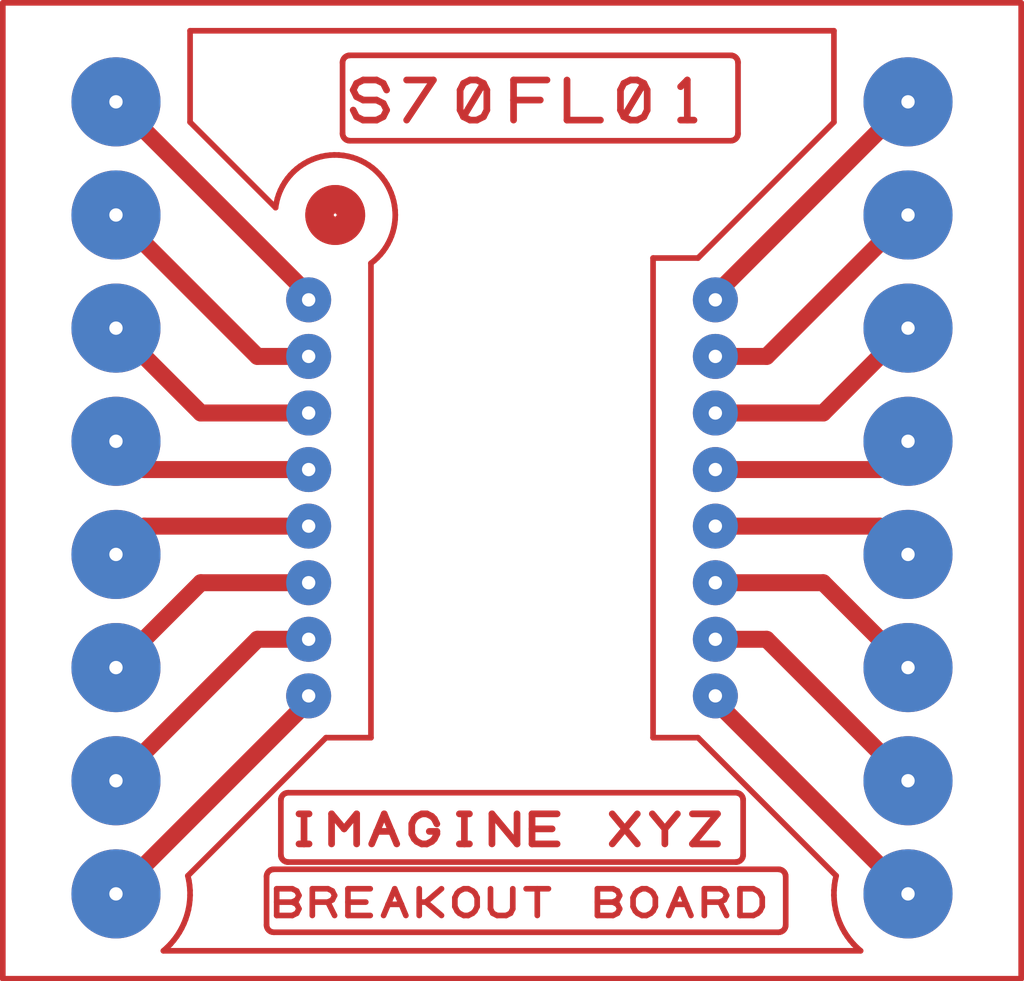
<source format=kicad_pcb>
(kicad_pcb (version 4) (host Gerbview "4.0.2-stable")

  (layers 
    (0 F.Cu signal)
    (31 B.Cu signal)
    (32 B.Adhes user)
    (33 F.Adhes user)
    (34 B.Paste user)
    (35 F.Paste user)
    (36 B.SilkS user)
    (37 F.SilkS user)
    (38 B.Mask user)
    (39 F.Mask user)
    (40 Dwgs.User user)
    (41 Cmts.User user)
    (42 Eco1.User user)
    (43 Eco2.User user)
    (44 Edge.Cuts user)
    (45 Margin user)
    (46 B.CrtYd user)
    (47 F.CrtYd user)
    (48 B.Fab user)
    (49 F.Fab user)
  )

(segment (start 9.345929999999999 -19.63293) (end 9.300459999999999 -19.60575) (width 0.635) (layer F.Cu) (net 0))
(segment (start 9.300459999999999 -19.60575) (end 9.25957 -19.57222) (width 0.635) (layer F.Cu) (net 0))
(segment (start 9.25957 -19.57222) (end 9.22401 -19.5326) (width 0.635) (layer F.Cu) (net 0))
(segment (start 9.22401 -19.5326) (end 9.194800000000001 -19.4884) (width 0.635) (layer F.Cu) (net 0))
(segment (start 9.194800000000001 -19.4884) (end 9.17245 -19.4404) (width 0.635) (layer F.Cu) (net 0))
(segment (start 9.17245 -19.4404) (end 9.157719999999999 -19.38934) (width 0.635) (layer F.Cu) (net 0))
(segment (start 9.157719999999999 -19.38934) (end 9.150600000000001 -19.33677) (width 0.635) (layer F.Cu) (net 0))
(segment (start 9.150600000000001 -19.33677) (end 9.15137 -19.28368) (width 0.635) (layer F.Cu) (net 0))
(segment (start 9.15137 -19.28368) (end 9.16 -19.23161) (width 0.635) (layer F.Cu) (net 0))
(segment (start 9.16 -19.23161) (end 9.17651 -19.18106) (width 0.635) (layer F.Cu) (net 0))
(segment (start 9.17651 -19.18106) (end 9.20013 -19.13382) (width 0.635) (layer F.Cu) (net 0))
(segment (start 9.20013 -19.13382) (end 9.23061 -19.09039) (width 0.635) (layer F.Cu) (net 0))
(segment (start 9.23061 -19.09039) (end 9.267189999999999 -19.05178) (width 0.635) (layer F.Cu) (net 0))
(segment (start 9.267189999999999 -19.05178) (end 9.309100000000001 -19.01952) (width 0.635) (layer F.Cu) (net 0))
(segment (start 9.309100000000001 -19.01952) (end 9.35533 -18.99361) (width 0.635) (layer F.Cu) (net 0))
(segment (start 9.35533 -18.99361) (end 9.405110000000001 -18.97482) (width 0.635) (layer F.Cu) (net 0))
(segment (start 9.405110000000001 -18.97482) (end 9.45693 -18.96364) (width 0.635) (layer F.Cu) (net 0))
(segment (start 9.45693 -18.96364) (end 9.510009999999999 -18.96059) (width 0.635) (layer F.Cu) (net 0))
(segment (start 9.510009999999999 -18.96059) (end 9.562849999999999 -18.96516) (width 0.635) (layer F.Cu) (net 0))
(segment (start 9.562849999999999 -18.96516) (end 9.614409999999999 -18.97786) (width 0.635) (layer F.Cu) (net 0))
(segment (start 9.614409999999999 -18.97786) (end 9.66343 -18.99793) (width 0.635) (layer F.Cu) (net 0))
(segment (start 9.66343 -18.99793) (end 9.7089 -19.02511) (width 0.635) (layer F.Cu) (net 0))
(segment (start 9.7089 -19.02511) (end 9.75004 -19.05889) (width 0.635) (layer F.Cu) (net 0))
(segment (start 9.75004 -19.05889) (end 9.785600000000001 -19.09826) (width 0.635) (layer F.Cu) (net 0))
(segment (start 9.785600000000001 -19.09826) (end 9.81481 -19.14271) (width 0.635) (layer F.Cu) (net 0))
(segment (start 9.81481 -19.14271) (end 9.83691 -19.19072) (width 0.635) (layer F.Cu) (net 0))
(segment (start 9.83691 -19.19072) (end 9.851900000000001 -19.24152) (width 0.635) (layer F.Cu) (net 0))
(segment (start 9.851900000000001 -19.24152) (end 9.85901 -19.29409) (width 0.635) (layer F.Cu) (net 0))
(segment (start 9.85901 -19.29409) (end 9.85825 -19.34718) (width 0.635) (layer F.Cu) (net 0))
(segment (start 9.85825 -19.34718) (end 9.84961 -19.3995) (width 0.635) (layer F.Cu) (net 0))
(segment (start 9.84961 -19.3995) (end 9.8331 -19.4498) (width 0.635) (layer F.Cu) (net 0))
(segment (start 9.8331 -19.4498) (end 9.809480000000001 -19.49729) (width 0.635) (layer F.Cu) (net 0))
(segment (start 9.809480000000001 -19.49729) (end 9.779 -19.54073) (width 0.635) (layer F.Cu) (net 0))
(segment (start 9.779 -19.54073) (end 9.742419999999999 -19.57908) (width 0.635) (layer F.Cu) (net 0))
(segment (start 9.742419999999999 -19.57908) (end 9.70051 -19.61159) (width 0.635) (layer F.Cu) (net 0))
(segment (start 9.70051 -19.61159) (end 9.654030000000001 -19.63725) (width 0.635) (layer F.Cu) (net 0))
(segment (start 9.654030000000001 -19.63725) (end 9.6045 -19.65604) (width 0.635) (layer F.Cu) (net 0))
(segment (start 9.6045 -19.65604) (end 9.55269 -19.66722) (width 0.635) (layer F.Cu) (net 0))
(segment (start 9.55269 -19.66722) (end 9.499599999999999 -19.67027) (width 0.635) (layer F.Cu) (net 0))
(segment (start 9.499599999999999 -19.67027) (end 9.44702 -19.6657) (width 0.635) (layer F.Cu) (net 0))
(segment (start 9.44702 -19.6657) (end 9.39546 -19.653) (width 0.635) (layer F.Cu) (net 0))
(segment (start 9.39546 -19.653) (end 9.345929999999999 -19.63293) (width 0.635) (layer F.Cu) (net 0))
(segment (start 2.04343 -2.17043) (end 24.90343 -2.17043) (width 0.127) (layer F.Cu) (net 0))
(segment (start 24.90343 -2.17043) (end 24.90343 -24.07793) (width 0.127) (layer F.Cu) (net 0))
(segment (start 24.90343 -24.07793) (end 2.04343 -24.07793) (width 0.127) (layer F.Cu) (net 0))
(segment (start 2.04343 -24.07793) (end 2.04343 -2.17043) (width 0.127) (layer F.Cu) (net 0))
(segment (start 5.64845 -2.79756) (end 21.29866 -2.79756) (width 0.127) (layer F.Cu) (net 0))
(segment (start 21.29866 -2.79756) (end 21.21662 -2.87045) (width 0.127) (layer F.Cu) (net 0))
(segment (start 21.21662 -2.87045) (end 21.13966 -2.94869) (width 0.127) (layer F.Cu) (net 0))
(segment (start 21.13966 -2.94869) (end 21.06778 -3.032) (width 0.127) (layer F.Cu) (net 0))
(segment (start 21.06778 -3.032) (end 21.00199 -3.11963) (width 0.127) (layer F.Cu) (net 0))
(segment (start 21.00199 -3.11963) (end 20.94179 -3.21158) (width 0.127) (layer F.Cu) (net 0))
(segment (start 20.94179 -3.21158) (end 20.88794 -3.30733) (width 0.127) (layer F.Cu) (net 0))
(segment (start 20.88794 -3.30733) (end 20.84045 -3.40639) (width 0.127) (layer F.Cu) (net 0))
(segment (start 20.84045 -3.40639) (end 20.79955 -3.50825) (width 0.127) (layer F.Cu) (net 0))
(segment (start 20.79955 -3.50825) (end 20.76552 -3.61264) (width 0.127) (layer F.Cu) (net 0))
(segment (start 20.76552 -3.61264) (end 20.73859 -3.71907) (width 0.127) (layer F.Cu) (net 0))
(segment (start 20.73859 -3.71907) (end 20.71853 -3.82702) (width 0.127) (layer F.Cu) (net 0))
(segment (start 20.71853 -3.82702) (end 20.70583 -3.93598) (width 0.127) (layer F.Cu) (net 0))
(segment (start 20.70583 -3.93598) (end 20.69998 -4.04571) (width 0.127) (layer F.Cu) (net 0))
(segment (start 20.69998 -4.04571) (end 20.70176 -4.15544) (width 0.127) (layer F.Cu) (net 0))
(segment (start 20.70176 -4.15544) (end 20.71065 -4.26491) (width 0.127) (layer F.Cu) (net 0))
(segment (start 20.71065 -4.26491) (end 20.72691 -4.37363) (width 0.127) (layer F.Cu) (net 0))
(segment (start 20.72691 -4.37363) (end 20.75028 -4.48107) (width 0.127) (layer F.Cu) (net 0))
(segment (start 20.75028 -4.48107) (end 17.64919 -7.5819) (width 0.127) (layer F.Cu) (net 0))
(segment (start 17.64919 -7.5819) (end 16.64005 -7.5819) (width 0.127) (layer F.Cu) (net 0))
(segment (start 16.64005 -7.5819) (end 16.64005 -18.34896) (width 0.127) (layer F.Cu) (net 0))
(segment (start 16.64005 -18.34896) (end 17.64919 -18.34896) (width 0.127) (layer F.Cu) (net 0))
(segment (start 17.64919 -18.34896) (end 20.69998 -21.39975) (width 0.127) (layer F.Cu) (net 0))
(segment (start 20.69998 -21.39975) (end 20.69998 -23.45106) (width 0.127) (layer F.Cu) (net 0))
(segment (start 20.69998 -23.45106) (end 6.24688 -23.45106) (width 0.127) (layer F.Cu) (net 0))
(segment (start 6.24688 -23.45106) (end 6.24688 -21.39975) (width 0.127) (layer F.Cu) (net 0))
(segment (start 6.24688 -21.39975) (end 8.1661 -19.48053) (width 0.127) (layer F.Cu) (net 0))
(segment (start 8.1661 -19.48053) (end 8.18261 -19.58111) (width 0.127) (layer F.Cu) (net 0))
(segment (start 8.18261 -19.58111) (end 8.20623 -19.67992) (width 0.127) (layer F.Cu) (net 0))
(segment (start 8.20623 -19.67992) (end 8.23747 -19.77669) (width 0.127) (layer F.Cu) (net 0))
(segment (start 8.23747 -19.77669) (end 8.275829999999999 -19.87093) (width 0.127) (layer F.Cu) (net 0))
(segment (start 8.275829999999999 -19.87093) (end 8.321289999999999 -19.96211) (width 0.127) (layer F.Cu) (net 0))
(segment (start 8.321289999999999 -19.96211) (end 8.37336 -20.04949) (width 0.127) (layer F.Cu) (net 0))
(segment (start 8.37336 -20.04949) (end 8.432040000000001 -20.1328) (width 0.127) (layer F.Cu) (net 0))
(segment (start 8.432040000000001 -20.1328) (end 8.49681 -20.21129) (width 0.127) (layer F.Cu) (net 0))
(segment (start 8.49681 -20.21129) (end 8.567170000000001 -20.28469) (width 0.127) (layer F.Cu) (net 0))
(segment (start 8.567170000000001 -20.28469) (end 8.642860000000001 -20.35277) (width 0.127) (layer F.Cu) (net 0))
(segment (start 8.642860000000001 -20.35277) (end 8.72363 -20.41474) (width 0.127) (layer F.Cu) (net 0))
(segment (start 8.72363 -20.41474) (end 8.808719999999999 -20.47062) (width 0.127) (layer F.Cu) (net 0))
(segment (start 8.808719999999999 -20.47062) (end 8.897869999999999 -20.51964) (width 0.127) (layer F.Cu) (net 0))
(segment (start 8.897869999999999 -20.51964) (end 8.99033 -20.56206) (width 0.127) (layer F.Cu) (net 0))
(segment (start 8.99033 -20.56206) (end 9.08558 -20.59711) (width 0.127) (layer F.Cu) (net 0))
(segment (start 9.08558 -20.59711) (end 9.183619999999999 -20.62531) (width 0.127) (layer F.Cu) (net 0))
(segment (start 9.183619999999999 -20.62531) (end 9.283189999999999 -20.64563) (width 0.127) (layer F.Cu) (net 0))
(segment (start 9.283189999999999 -20.64563) (end 9.384029999999999 -20.65858) (width 0.127) (layer F.Cu) (net 0))
(segment (start 9.384029999999999 -20.65858) (end 9.48563 -20.66392) (width 0.127) (layer F.Cu) (net 0))
(segment (start 9.48563 -20.66392) (end 9.587479999999999 -20.66138) (width 0.127) (layer F.Cu) (net 0))
(segment (start 9.587479999999999 -20.66138) (end 9.68858 -20.65147) (width 0.127) (layer F.Cu) (net 0))
(segment (start 9.68858 -20.65147) (end 9.78891 -20.63369) (width 0.127) (layer F.Cu) (net 0))
(segment (start 9.78891 -20.63369) (end 9.887460000000001 -20.60854) (width 0.127) (layer F.Cu) (net 0))
(segment (start 9.887460000000001 -20.60854) (end 9.98372 -20.57603) (width 0.127) (layer F.Cu) (net 0))
(segment (start 9.98372 -20.57603) (end 10.07745 -20.53641) (width 0.127) (layer F.Cu) (net 0))
(segment (start 10.07745 -20.53641) (end 10.16787 -20.48967) (width 0.127) (layer F.Cu) (net 0))
(segment (start 10.16787 -20.48967) (end 10.25449 -20.43633) (width 0.127) (layer F.Cu) (net 0))
(segment (start 10.25449 -20.43633) (end 10.33678 -20.37664) (width 0.127) (layer F.Cu) (net 0))
(segment (start 10.33678 -20.37664) (end 10.41451 -20.31086) (width 0.127) (layer F.Cu) (net 0))
(segment (start 10.41451 -20.31086) (end 10.4869 -20.23948) (width 0.127) (layer F.Cu) (net 0))
(segment (start 10.4869 -20.23948) (end 10.55395 -20.16277) (width 0.127) (layer F.Cu) (net 0))
(segment (start 10.55395 -20.16277) (end 10.61491 -20.08124) (width 0.127) (layer F.Cu) (net 0))
(segment (start 10.61491 -20.08124) (end 10.66952 -19.99539) (width 0.127) (layer F.Cu) (net 0))
(segment (start 10.66952 -19.99539) (end 10.71728 -19.90573) (width 0.127) (layer F.Cu) (net 0))
(segment (start 10.71728 -19.90573) (end 10.75842 -19.81251) (width 0.127) (layer F.Cu) (net 0))
(segment (start 10.75842 -19.81251) (end 10.79221 -19.7165) (width 0.127) (layer F.Cu) (net 0))
(segment (start 10.79221 -19.7165) (end 10.81888 -19.61845) (width 0.127) (layer F.Cu) (net 0))
(segment (start 10.81888 -19.61845) (end 10.83793 -19.51838) (width 0.127) (layer F.Cu) (net 0))
(segment (start 10.83793 -19.51838) (end 10.84936 -19.41728) (width 0.127) (layer F.Cu) (net 0))
(segment (start 10.84936 -19.41728) (end 10.85342 -19.31543) (width 0.127) (layer F.Cu) (net 0))
(segment (start 10.85342 -19.31543) (end 10.85012 -19.21866) (width 0.127) (layer F.Cu) (net 0))
(segment (start 10.85012 -19.21866) (end 10.8397 -19.12239) (width 0.127) (layer F.Cu) (net 0))
(segment (start 10.8397 -19.12239) (end 10.82218 -19.02714) (width 0.127) (layer F.Cu) (net 0))
(segment (start 10.82218 -19.02714) (end 10.7983 -18.93341) (width 0.127) (layer F.Cu) (net 0))
(segment (start 10.7983 -18.93341) (end 10.76731 -18.84147) (width 0.127) (layer F.Cu) (net 0))
(segment (start 10.76731 -18.84147) (end 10.72998 -18.75206) (width 0.127) (layer F.Cu) (net 0))
(segment (start 10.72998 -18.75206) (end 10.68654 -18.6657) (width 0.127) (layer F.Cu) (net 0))
(segment (start 10.68654 -18.6657) (end 10.63676 -18.58239) (width 0.127) (layer F.Cu) (net 0))
(segment (start 10.63676 -18.58239) (end 10.58139 -18.50314) (width 0.127) (layer F.Cu) (net 0))
(segment (start 10.58139 -18.50314) (end 10.52017 -18.42795) (width 0.127) (layer F.Cu) (net 0))
(segment (start 10.52017 -18.42795) (end 10.45388 -18.35734) (width 0.127) (layer F.Cu) (net 0))
(segment (start 10.45388 -18.35734) (end 10.38276 -18.29181) (width 0.127) (layer F.Cu) (net 0))
(segment (start 10.38276 -18.29181) (end 10.30707 -18.23136) (width 0.127) (layer F.Cu) (net 0))
(segment (start 10.30707 -18.23136) (end 10.30707 -7.5819) (width 0.127) (layer F.Cu) (net 0))
(segment (start 10.30707 -7.5819) (end 9.29767 -7.5819) (width 0.127) (layer F.Cu) (net 0))
(segment (start 9.29767 -7.5819) (end 6.19684 -4.48107) (width 0.127) (layer F.Cu) (net 0))
(segment (start 6.19684 -4.48107) (end 6.21995 -4.37388) (width 0.127) (layer F.Cu) (net 0))
(segment (start 6.21995 -4.37388) (end 6.23621 -4.26517) (width 0.127) (layer F.Cu) (net 0))
(segment (start 6.23621 -4.26517) (end 6.2451 -4.15569) (width 0.127) (layer F.Cu) (net 0))
(segment (start 6.2451 -4.15569) (end 6.24662 -4.04597) (width 0.127) (layer F.Cu) (net 0))
(segment (start 6.24662 -4.04597) (end 6.24103 -3.93649) (width 0.127) (layer F.Cu) (net 0))
(segment (start 6.24103 -3.93649) (end 6.22833 -3.82753) (width 0.127) (layer F.Cu) (net 0))
(segment (start 6.22833 -3.82753) (end 6.20852 -3.71932) (width 0.127) (layer F.Cu) (net 0))
(segment (start 6.20852 -3.71932) (end 6.18134 -3.6129) (width 0.127) (layer F.Cu) (net 0))
(segment (start 6.18134 -3.6129) (end 6.14731 -3.5085) (width 0.127) (layer F.Cu) (net 0))
(segment (start 6.14731 -3.5085) (end 6.10667 -3.40665) (width 0.127) (layer F.Cu) (net 0))
(segment (start 6.10667 -3.40665) (end 6.05917 -3.30759) (width 0.127) (layer F.Cu) (net 0))
(segment (start 6.05917 -3.30759) (end 6.00532 -3.21208) (width 0.127) (layer F.Cu) (net 0))
(segment (start 6.00532 -3.21208) (end 5.94512 -3.12014) (width 0.127) (layer F.Cu) (net 0))
(segment (start 5.94512 -3.12014) (end 5.87908 -3.03251) (width 0.127) (layer F.Cu) (net 0))
(segment (start 5.87908 -3.03251) (end 5.80771 -2.94919) (width 0.127) (layer F.Cu) (net 0))
(segment (start 5.80771 -2.94919) (end 5.73049 -2.87096) (width 0.127) (layer F.Cu) (net 0))
(segment (start 5.73049 -2.87096) (end 5.64845 -2.79756) (width 0.127) (layer F.Cu) (net 0))
(segment (start 8.12749 -3.21361) (end 8.09549 -3.21666) (width 0.127) (layer F.Cu) (net 0))
(segment (start 8.09549 -3.21666) (end 8.065009999999999 -3.2258) (width 0.127) (layer F.Cu) (net 0))
(segment (start 8.065009999999999 -3.2258) (end 8.03656 -3.24104) (width 0.127) (layer F.Cu) (net 0))
(segment (start 8.03656 -3.24104) (end 8.01192 -3.26136) (width 0.127) (layer F.Cu) (net 0))
(segment (start 8.01192 -3.26136) (end 7.9916 -3.286) (width 0.127) (layer F.Cu) (net 0))
(segment (start 7.9916 -3.286) (end 7.97636 -3.31445) (width 0.127) (layer F.Cu) (net 0))
(segment (start 7.97636 -3.31445) (end 7.96722 -3.34518) (width 0.127) (layer F.Cu) (net 0))
(segment (start 7.96722 -3.34518) (end 7.96392 -3.37693) (width 0.127) (layer F.Cu) (net 0))
(segment (start 7.96392 -3.37693) (end 7.96392 -4.46405) (width 0.127) (layer F.Cu) (net 0))
(segment (start 7.96392 -4.46405) (end 7.96722 -4.4958) (width 0.127) (layer F.Cu) (net 0))
(segment (start 7.96722 -4.4958) (end 7.97636 -4.52653) (width 0.127) (layer F.Cu) (net 0))
(segment (start 7.97636 -4.52653) (end 7.9916 -4.55498) (width 0.127) (layer F.Cu) (net 0))
(segment (start 7.9916 -4.55498) (end 8.01192 -4.57962) (width 0.127) (layer F.Cu) (net 0))
(segment (start 8.01192 -4.57962) (end 8.03656 -4.59994) (width 0.127) (layer F.Cu) (net 0))
(segment (start 8.03656 -4.59994) (end 8.065009999999999 -4.61518) (width 0.127) (layer F.Cu) (net 0))
(segment (start 8.065009999999999 -4.61518) (end 8.09549 -4.62432) (width 0.127) (layer F.Cu) (net 0))
(segment (start 8.09549 -4.62432) (end 8.12749 -4.62763) (width 0.127) (layer F.Cu) (net 0))
(segment (start 8.12749 -4.62763) (end 19.45462 -4.62763) (width 0.127) (layer F.Cu) (net 0))
(segment (start 19.45462 -4.62763) (end 19.48637 -4.62432) (width 0.127) (layer F.Cu) (net 0))
(segment (start 19.48637 -4.62432) (end 19.51711 -4.61518) (width 0.127) (layer F.Cu) (net 0))
(segment (start 19.51711 -4.61518) (end 19.5453 -4.59994) (width 0.127) (layer F.Cu) (net 0))
(segment (start 19.5453 -4.59994) (end 19.57019 -4.57962) (width 0.127) (layer F.Cu) (net 0))
(segment (start 19.57019 -4.57962) (end 19.59051 -4.55498) (width 0.127) (layer F.Cu) (net 0))
(segment (start 19.59051 -4.55498) (end 19.6055 -4.52653) (width 0.127) (layer F.Cu) (net 0))
(segment (start 19.6055 -4.52653) (end 19.6149 -4.4958) (width 0.127) (layer F.Cu) (net 0))
(segment (start 19.6149 -4.4958) (end 19.61794 -4.46405) (width 0.127) (layer F.Cu) (net 0))
(segment (start 19.61794 -4.46405) (end 19.61794 -3.37693) (width 0.127) (layer F.Cu) (net 0))
(segment (start 19.61794 -3.37693) (end 19.6149 -3.34518) (width 0.127) (layer F.Cu) (net 0))
(segment (start 19.6149 -3.34518) (end 19.6055 -3.31445) (width 0.127) (layer F.Cu) (net 0))
(segment (start 19.6055 -3.31445) (end 19.59051 -3.286) (width 0.127) (layer F.Cu) (net 0))
(segment (start 19.59051 -3.286) (end 19.57019 -3.26136) (width 0.127) (layer F.Cu) (net 0))
(segment (start 19.57019 -3.26136) (end 19.5453 -3.24104) (width 0.127) (layer F.Cu) (net 0))
(segment (start 19.5453 -3.24104) (end 19.51711 -3.2258) (width 0.127) (layer F.Cu) (net 0))
(segment (start 19.51711 -3.2258) (end 19.48637 -3.21666) (width 0.127) (layer F.Cu) (net 0))
(segment (start 19.48637 -3.21666) (end 19.45462 -3.21361) (width 0.127) (layer F.Cu) (net 0))
(segment (start 19.45462 -3.21361) (end 8.12749 -3.21361) (width 0.127) (layer F.Cu) (net 0))
(segment (start 8.448549999999999 -4.78942) (end 8.416539999999999 -4.79273) (width 0.127) (layer F.Cu) (net 0))
(segment (start 8.416539999999999 -4.79273) (end 8.385809999999999 -4.80187) (width 0.127) (layer F.Cu) (net 0))
(segment (start 8.385809999999999 -4.80187) (end 8.357620000000001 -4.81711) (width 0.127) (layer F.Cu) (net 0))
(segment (start 8.357620000000001 -4.81711) (end 8.33272 -4.83718) (width 0.127) (layer F.Cu) (net 0))
(segment (start 8.33272 -4.83718) (end 8.3124 -4.86207) (width 0.127) (layer F.Cu) (net 0))
(segment (start 8.3124 -4.86207) (end 8.297420000000001 -4.89052) (width 0.127) (layer F.Cu) (net 0))
(segment (start 8.297420000000001 -4.89052) (end 8.288019999999999 -4.921) (width 0.127) (layer F.Cu) (net 0))
(segment (start 8.288019999999999 -4.921) (end 8.28497 -4.953) (width 0.127) (layer F.Cu) (net 0))
(segment (start 8.28497 -4.953) (end 8.28497 -6.18312) (width 0.127) (layer F.Cu) (net 0))
(segment (start 8.28497 -6.18312) (end 8.288019999999999 -6.21487) (width 0.127) (layer F.Cu) (net 0))
(segment (start 8.288019999999999 -6.21487) (end 8.297420000000001 -6.24561) (width 0.127) (layer F.Cu) (net 0))
(segment (start 8.297420000000001 -6.24561) (end 8.3124 -6.2738) (width 0.127) (layer F.Cu) (net 0))
(segment (start 8.3124 -6.2738) (end 8.33272 -6.29869) (width 0.127) (layer F.Cu) (net 0))
(segment (start 8.33272 -6.29869) (end 8.357620000000001 -6.31901) (width 0.127) (layer F.Cu) (net 0))
(segment (start 8.357620000000001 -6.31901) (end 8.385809999999999 -6.334) (width 0.127) (layer F.Cu) (net 0))
(segment (start 8.385809999999999 -6.334) (end 8.416539999999999 -6.3434) (width 0.127) (layer F.Cu) (net 0))
(segment (start 8.416539999999999 -6.3434) (end 8.448549999999999 -6.34644) (width 0.127) (layer F.Cu) (net 0))
(segment (start 8.448549999999999 -6.34644) (end 18.49857 -6.34644) (width 0.127) (layer F.Cu) (net 0))
(segment (start 18.49857 -6.34644) (end 18.53032 -6.3434) (width 0.127) (layer F.Cu) (net 0))
(segment (start 18.53032 -6.3434) (end 18.56105 -6.334) (width 0.127) (layer F.Cu) (net 0))
(segment (start 18.56105 -6.334) (end 18.5895 -6.31901) (width 0.127) (layer F.Cu) (net 0))
(segment (start 18.5895 -6.31901) (end 18.61414 -6.29869) (width 0.127) (layer F.Cu) (net 0))
(segment (start 18.61414 -6.29869) (end 18.63446 -6.2738) (width 0.127) (layer F.Cu) (net 0))
(segment (start 18.63446 -6.2738) (end 18.6497 -6.24561) (width 0.127) (layer F.Cu) (net 0))
(segment (start 18.6497 -6.24561) (end 18.65884 -6.21487) (width 0.127) (layer F.Cu) (net 0))
(segment (start 18.65884 -6.21487) (end 18.66189 -6.18312) (width 0.127) (layer F.Cu) (net 0))
(segment (start 18.66189 -6.18312) (end 18.66189 -4.953) (width 0.127) (layer F.Cu) (net 0))
(segment (start 18.66189 -4.953) (end 18.65884 -4.921) (width 0.127) (layer F.Cu) (net 0))
(segment (start 18.65884 -4.921) (end 18.6497 -4.89052) (width 0.127) (layer F.Cu) (net 0))
(segment (start 18.6497 -4.89052) (end 18.63446 -4.86207) (width 0.127) (layer F.Cu) (net 0))
(segment (start 18.63446 -4.86207) (end 18.61414 -4.83718) (width 0.127) (layer F.Cu) (net 0))
(segment (start 18.61414 -4.83718) (end 18.5895 -4.81711) (width 0.127) (layer F.Cu) (net 0))
(segment (start 18.5895 -4.81711) (end 18.56105 -4.80187) (width 0.127) (layer F.Cu) (net 0))
(segment (start 18.56105 -4.80187) (end 18.53032 -4.79273) (width 0.127) (layer F.Cu) (net 0))
(segment (start 18.53032 -4.79273) (end 18.49857 -4.78942) (width 0.127) (layer F.Cu) (net 0))
(segment (start 18.49857 -4.78942) (end 8.448549999999999 -4.78942) (width 0.127) (layer F.Cu) (net 0))
(segment (start 9.83361 -20.98192) (end 9.80161 -20.98523) (width 0.127) (layer F.Cu) (net 0))
(segment (start 9.80161 -20.98523) (end 9.77087 -20.99437) (width 0.127) (layer F.Cu) (net 0))
(segment (start 9.77087 -20.99437) (end 9.74268 -21.00961) (width 0.127) (layer F.Cu) (net 0))
(segment (start 9.74268 -21.00961) (end 9.717790000000001 -21.02968) (width 0.127) (layer F.Cu) (net 0))
(segment (start 9.717790000000001 -21.02968) (end 9.697469999999999 -21.05457) (width 0.127) (layer F.Cu) (net 0))
(segment (start 9.697469999999999 -21.05457) (end 9.68248 -21.08302) (width 0.127) (layer F.Cu) (net 0))
(segment (start 9.68248 -21.08302) (end 9.673080000000001 -21.1135) (width 0.127) (layer F.Cu) (net 0))
(segment (start 9.673080000000001 -21.1135) (end 9.670030000000001 -21.1455) (width 0.127) (layer F.Cu) (net 0))
(segment (start 9.670030000000001 -21.1455) (end 9.670030000000001 -22.73554) (width 0.127) (layer F.Cu) (net 0))
(segment (start 9.670030000000001 -22.73554) (end 9.673080000000001 -22.76729) (width 0.127) (layer F.Cu) (net 0))
(segment (start 9.673080000000001 -22.76729) (end 9.68248 -22.79802) (width 0.127) (layer F.Cu) (net 0))
(segment (start 9.68248 -22.79802) (end 9.697469999999999 -22.82647) (width 0.127) (layer F.Cu) (net 0))
(segment (start 9.697469999999999 -22.82647) (end 9.717790000000001 -22.85111) (width 0.127) (layer F.Cu) (net 0))
(segment (start 9.717790000000001 -22.85111) (end 9.74268 -22.87143) (width 0.127) (layer F.Cu) (net 0))
(segment (start 9.74268 -22.87143) (end 9.77087 -22.88667) (width 0.127) (layer F.Cu) (net 0))
(segment (start 9.77087 -22.88667) (end 9.80161 -22.89581) (width 0.127) (layer F.Cu) (net 0))
(segment (start 9.80161 -22.89581) (end 9.83361 -22.89912) (width 0.127) (layer F.Cu) (net 0))
(segment (start 9.83361 -22.89912) (end 18.3835 -22.89912) (width 0.127) (layer F.Cu) (net 0))
(segment (start 18.3835 -22.89912) (end 18.41551 -22.89581) (width 0.127) (layer F.Cu) (net 0))
(segment (start 18.41551 -22.89581) (end 18.44599 -22.88667) (width 0.127) (layer F.Cu) (net 0))
(segment (start 18.44599 -22.88667) (end 18.47444 -22.87143) (width 0.127) (layer F.Cu) (net 0))
(segment (start 18.47444 -22.87143) (end 18.49907 -22.85111) (width 0.127) (layer F.Cu) (net 0))
(segment (start 18.49907 -22.85111) (end 18.51939 -22.82647) (width 0.127) (layer F.Cu) (net 0))
(segment (start 18.51939 -22.82647) (end 18.53463 -22.79802) (width 0.127) (layer F.Cu) (net 0))
(segment (start 18.53463 -22.79802) (end 18.54378 -22.76729) (width 0.127) (layer F.Cu) (net 0))
(segment (start 18.54378 -22.76729) (end 18.54708 -22.73554) (width 0.127) (layer F.Cu) (net 0))
(segment (start 18.54708 -22.73554) (end 18.54708 -21.1455) (width 0.127) (layer F.Cu) (net 0))
(segment (start 18.54708 -21.1455) (end 18.54378 -21.1135) (width 0.127) (layer F.Cu) (net 0))
(segment (start 18.54378 -21.1135) (end 18.53463 -21.08302) (width 0.127) (layer F.Cu) (net 0))
(segment (start 18.53463 -21.08302) (end 18.51939 -21.05457) (width 0.127) (layer F.Cu) (net 0))
(segment (start 18.51939 -21.05457) (end 18.49907 -21.02968) (width 0.127) (layer F.Cu) (net 0))
(segment (start 18.49907 -21.02968) (end 18.47444 -21.00961) (width 0.127) (layer F.Cu) (net 0))
(segment (start 18.47444 -21.00961) (end 18.44599 -20.99437) (width 0.127) (layer F.Cu) (net 0))
(segment (start 18.44599 -20.99437) (end 18.41551 -20.98523) (width 0.127) (layer F.Cu) (net 0))
(segment (start 18.41551 -20.98523) (end 18.3835 -20.98192) (width 0.127) (layer F.Cu) (net 0))
(segment (start 18.3835 -20.98192) (end 9.83361 -20.98192) (width 0.127) (layer F.Cu) (net 0))
(segment (start 7.96392 -3.92049) (end 6.23976 -3.92049) (width 0) (layer F.Cu) (net 0))
(segment (start 6.23976 -3.92049) (end 7.96392 -3.92049) (width 0) (layer F.Cu) (net 0))
(segment (start 7.2837 -5.56793) (end 8.28497 -5.56793) (width 0) (layer F.Cu) (net 0))
(segment (start 6.24688 -21.94052) (end 9.670030000000001 -21.94052) (width 0) (layer F.Cu) (net 0))
(segment (start 8.541 -3.89052) (end 8.641080000000001 -3.84048) (width 0.127) (layer F.Cu) (net 0))
(segment (start 8.641080000000001 -3.84048) (end 8.69112 -3.7404) (width 0.127) (layer F.Cu) (net 0))
(segment (start 8.69112 -3.7404) (end 8.641080000000001 -3.64058) (width 0.127) (layer F.Cu) (net 0))
(segment (start 8.641080000000001 -3.64058) (end 8.541 -3.59054) (width 0.127) (layer F.Cu) (net 0))
(segment (start 8.541 -3.59054) (end 8.190989999999999 -3.59054) (width 0.127) (layer F.Cu) (net 0))
(segment (start 8.190989999999999 -3.59054) (end 8.190989999999999 -4.19049) (width 0.127) (layer F.Cu) (net 0))
(segment (start 8.190989999999999 -4.19049) (end 8.541 -4.19049) (width 0.127) (layer F.Cu) (net 0))
(segment (start 8.541 -4.19049) (end 8.641080000000001 -4.14045) (width 0.127) (layer F.Cu) (net 0))
(segment (start 8.641080000000001 -4.14045) (end 8.69112 -4.04038) (width 0.127) (layer F.Cu) (net 0))
(segment (start 8.69112 -4.04038) (end 8.641080000000001 -3.94056) (width 0.127) (layer F.Cu) (net 0))
(segment (start 8.641080000000001 -3.94056) (end 8.541 -3.89052) (width 0.127) (layer F.Cu) (net 0))
(segment (start 8.541 -3.89052) (end 8.190989999999999 -3.89052) (width 0.127) (layer F.Cu) (net 0))
(segment (start 8.99109 -3.59054) (end 8.99109 -4.19049) (width 0.127) (layer F.Cu) (net 0))
(segment (start 8.99109 -4.19049) (end 9.341100000000001 -4.19049) (width 0.127) (layer F.Cu) (net 0))
(segment (start 9.341100000000001 -4.19049) (end 9.44093 -4.14045) (width 0.127) (layer F.Cu) (net 0))
(segment (start 9.44093 -4.14045) (end 9.490959999999999 -4.04038) (width 0.127) (layer F.Cu) (net 0))
(segment (start 9.490959999999999 -4.04038) (end 9.44093 -3.94056) (width 0.127) (layer F.Cu) (net 0))
(segment (start 9.44093 -3.94056) (end 9.341100000000001 -3.89052) (width 0.127) (layer F.Cu) (net 0))
(segment (start 9.341100000000001 -3.89052) (end 8.99109 -3.89052) (width 0.127) (layer F.Cu) (net 0))
(segment (start 9.341100000000001 -3.89052) (end 9.490959999999999 -3.59054) (width 0.127) (layer F.Cu) (net 0))
(segment (start 9.790940000000001 -3.59054) (end 9.790940000000001 -4.19049) (width 0.127) (layer F.Cu) (net 0))
(segment (start 9.790940000000001 -4.19049) (end 10.29106 -4.19049) (width 0.127) (layer F.Cu) (net 0))
(segment (start 10.19099 -3.89052) (end 9.790940000000001 -3.89052) (width 0.127) (layer F.Cu) (net 0))
(segment (start 9.790940000000001 -3.59054) (end 10.29106 -3.59054) (width 0.127) (layer F.Cu) (net 0))
(segment (start 10.59104 -3.59054) (end 10.84097 -4.19049) (width 0.127) (layer F.Cu) (net 0))
(segment (start 10.84097 -4.19049) (end 11.09091 -3.59054) (width 0.127) (layer F.Cu) (net 0))
(segment (start 10.69111 -3.84048) (end 10.99109 -3.84048) (width 0.127) (layer F.Cu) (net 0))
(segment (start 11.39088 -3.59054) (end 11.39088 -4.19049) (width 0.127) (layer F.Cu) (net 0))
(segment (start 11.39088 -3.89052) (end 11.541 -3.89052) (width 0.127) (layer F.Cu) (net 0))
(segment (start 11.541 -3.89052) (end 11.89101 -4.19049) (width 0.127) (layer F.Cu) (net 0))
(segment (start 11.541 -3.89052) (end 11.89101 -3.59054) (width 0.127) (layer F.Cu) (net 0))
(segment (start 12.19098 -3.79044) (end 12.19098 -3.99059) (width 0.127) (layer F.Cu) (net 0))
(segment (start 12.19098 -3.99059) (end 12.24102 -4.09042) (width 0.127) (layer F.Cu) (net 0))
(segment (start 12.24102 -4.09042) (end 12.29106 -4.14045) (width 0.127) (layer F.Cu) (net 0))
(segment (start 12.29106 -4.14045) (end 12.39088 -4.19049) (width 0.127) (layer F.Cu) (net 0))
(segment (start 12.39088 -4.19049) (end 12.49096 -4.19049) (width 0.127) (layer F.Cu) (net 0))
(segment (start 12.49096 -4.19049) (end 12.59103 -4.14045) (width 0.127) (layer F.Cu) (net 0))
(segment (start 12.59103 -4.14045) (end 12.64107 -4.09042) (width 0.127) (layer F.Cu) (net 0))
(segment (start 12.64107 -4.09042) (end 12.69111 -3.99059) (width 0.127) (layer F.Cu) (net 0))
(segment (start 12.69111 -3.99059) (end 12.69111 -3.79044) (width 0.127) (layer F.Cu) (net 0))
(segment (start 12.69111 -3.79044) (end 12.64107 -3.69062) (width 0.127) (layer F.Cu) (net 0))
(segment (start 12.64107 -3.69062) (end 12.59103 -3.64058) (width 0.127) (layer F.Cu) (net 0))
(segment (start 12.59103 -3.64058) (end 12.49096 -3.59054) (width 0.127) (layer F.Cu) (net 0))
(segment (start 12.49096 -3.59054) (end 12.39088 -3.59054) (width 0.127) (layer F.Cu) (net 0))
(segment (start 12.39088 -3.59054) (end 12.29106 -3.64058) (width 0.127) (layer F.Cu) (net 0))
(segment (start 12.29106 -3.64058) (end 12.24102 -3.69062) (width 0.127) (layer F.Cu) (net 0))
(segment (start 12.24102 -3.69062) (end 12.19098 -3.79044) (width 0.127) (layer F.Cu) (net 0))
(segment (start 12.99108 -4.19049) (end 12.99108 -3.7404) (width 0.127) (layer F.Cu) (net 0))
(segment (start 12.99108 -3.7404) (end 13.04112 -3.64058) (width 0.127) (layer F.Cu) (net 0))
(segment (start 13.04112 -3.64058) (end 13.14094 -3.59054) (width 0.127) (layer F.Cu) (net 0))
(segment (start 13.14094 -3.59054) (end 13.3411 -3.59054) (width 0.127) (layer F.Cu) (net 0))
(segment (start 13.3411 -3.59054) (end 13.44092 -3.64058) (width 0.127) (layer F.Cu) (net 0))
(segment (start 13.44092 -3.64058) (end 13.49096 -3.7404) (width 0.127) (layer F.Cu) (net 0))
(segment (start 13.49096 -3.7404) (end 13.49096 -4.19049) (width 0.127) (layer F.Cu) (net 0))
(segment (start 14.04112 -3.59054) (end 14.04112 -4.19049) (width 0.127) (layer F.Cu) (net 0))
(segment (start 13.79093 -4.19049) (end 14.29106 -4.19049) (width 0.127) (layer F.Cu) (net 0))
(segment (start 15.74089 -3.89052) (end 15.84096 -3.84048) (width 0.127) (layer F.Cu) (net 0))
(segment (start 15.84096 -3.84048) (end 15.891 -3.7404) (width 0.127) (layer F.Cu) (net 0))
(segment (start 15.891 -3.7404) (end 15.84096 -3.64058) (width 0.127) (layer F.Cu) (net 0))
(segment (start 15.84096 -3.64058) (end 15.74089 -3.59054) (width 0.127) (layer F.Cu) (net 0))
(segment (start 15.74089 -3.59054) (end 15.39088 -3.59054) (width 0.127) (layer F.Cu) (net 0))
(segment (start 15.39088 -3.59054) (end 15.39088 -4.19049) (width 0.127) (layer F.Cu) (net 0))
(segment (start 15.39088 -4.19049) (end 15.74089 -4.19049) (width 0.127) (layer F.Cu) (net 0))
(segment (start 15.74089 -4.19049) (end 15.84096 -4.14045) (width 0.127) (layer F.Cu) (net 0))
(segment (start 15.84096 -4.14045) (end 15.891 -4.04038) (width 0.127) (layer F.Cu) (net 0))
(segment (start 15.891 -4.04038) (end 15.84096 -3.94056) (width 0.127) (layer F.Cu) (net 0))
(segment (start 15.84096 -3.94056) (end 15.74089 -3.89052) (width 0.127) (layer F.Cu) (net 0))
(segment (start 15.74089 -3.89052) (end 15.39088 -3.89052) (width 0.127) (layer F.Cu) (net 0))
(segment (start 16.19098 -3.79044) (end 16.19098 -3.99059) (width 0.127) (layer F.Cu) (net 0))
(segment (start 16.19098 -3.99059) (end 16.24101 -4.09042) (width 0.127) (layer F.Cu) (net 0))
(segment (start 16.24101 -4.09042) (end 16.29105 -4.14045) (width 0.127) (layer F.Cu) (net 0))
(segment (start 16.29105 -4.14045) (end 16.39087 -4.19049) (width 0.127) (layer F.Cu) (net 0))
(segment (start 16.39087 -4.19049) (end 16.49095 -4.19049) (width 0.127) (layer F.Cu) (net 0))
(segment (start 16.49095 -4.19049) (end 16.59103 -4.14045) (width 0.127) (layer F.Cu) (net 0))
(segment (start 16.59103 -4.14045) (end 16.64106 -4.09042) (width 0.127) (layer F.Cu) (net 0))
(segment (start 16.64106 -4.09042) (end 16.6911 -3.99059) (width 0.127) (layer F.Cu) (net 0))
(segment (start 16.6911 -3.99059) (end 16.6911 -3.79044) (width 0.127) (layer F.Cu) (net 0))
(segment (start 16.6911 -3.79044) (end 16.64106 -3.69062) (width 0.127) (layer F.Cu) (net 0))
(segment (start 16.64106 -3.69062) (end 16.59103 -3.64058) (width 0.127) (layer F.Cu) (net 0))
(segment (start 16.59103 -3.64058) (end 16.49095 -3.59054) (width 0.127) (layer F.Cu) (net 0))
(segment (start 16.49095 -3.59054) (end 16.39087 -3.59054) (width 0.127) (layer F.Cu) (net 0))
(segment (start 16.39087 -3.59054) (end 16.29105 -3.64058) (width 0.127) (layer F.Cu) (net 0))
(segment (start 16.29105 -3.64058) (end 16.24101 -3.69062) (width 0.127) (layer F.Cu) (net 0))
(segment (start 16.24101 -3.69062) (end 16.19098 -3.79044) (width 0.127) (layer F.Cu) (net 0))
(segment (start 16.99108 -3.59054) (end 17.24101 -4.19049) (width 0.127) (layer F.Cu) (net 0))
(segment (start 17.24101 -4.19049) (end 17.49095 -3.59054) (width 0.127) (layer F.Cu) (net 0))
(segment (start 17.0909 -3.84048) (end 17.39113 -3.84048) (width 0.127) (layer F.Cu) (net 0))
(segment (start 17.79092 -3.59054) (end 17.79092 -4.19049) (width 0.127) (layer F.Cu) (net 0))
(segment (start 17.79092 -4.19049) (end 18.14093 -4.19049) (width 0.127) (layer F.Cu) (net 0))
(segment (start 18.14093 -4.19049) (end 18.24101 -4.14045) (width 0.127) (layer F.Cu) (net 0))
(segment (start 18.24101 -4.14045) (end 18.29105 -4.04038) (width 0.127) (layer F.Cu) (net 0))
(segment (start 18.29105 -4.04038) (end 18.24101 -3.94056) (width 0.127) (layer F.Cu) (net 0))
(segment (start 18.24101 -3.94056) (end 18.14093 -3.89052) (width 0.127) (layer F.Cu) (net 0))
(segment (start 18.14093 -3.89052) (end 17.79092 -3.89052) (width 0.127) (layer F.Cu) (net 0))
(segment (start 18.14093 -3.89052) (end 18.29105 -3.59054) (width 0.127) (layer F.Cu) (net 0))
(segment (start 18.59102 -3.59054) (end 18.59102 -4.19049) (width 0.127) (layer F.Cu) (net 0))
(segment (start 18.59102 -4.19049) (end 18.891 -4.19049) (width 0.127) (layer F.Cu) (net 0))
(segment (start 18.891 -4.19049) (end 18.99107 -4.14045) (width 0.127) (layer F.Cu) (net 0))
(segment (start 18.99107 -4.14045) (end 19.04111 -4.09042) (width 0.127) (layer F.Cu) (net 0))
(segment (start 19.04111 -4.09042) (end 19.09089 -3.99059) (width 0.127) (layer F.Cu) (net 0))
(segment (start 19.09089 -3.99059) (end 19.09089 -3.79044) (width 0.127) (layer F.Cu) (net 0))
(segment (start 19.09089 -3.79044) (end 19.04111 -3.69062) (width 0.127) (layer F.Cu) (net 0))
(segment (start 19.04111 -3.69062) (end 18.99107 -3.64058) (width 0.127) (layer F.Cu) (net 0))
(segment (start 18.99107 -3.64058) (end 18.891 -3.59054) (width 0.127) (layer F.Cu) (net 0))
(segment (start 18.891 -3.59054) (end 18.59102 -3.59054) (width 0.127) (layer F.Cu) (net 0))
(segment (start 8.69239 -5.19684) (end 8.91718 -5.19684) (width 0.15011) (layer F.Cu) (net 0))
(segment (start 8.80491 -5.19684) (end 8.80491 -5.87172) (width 0.15011) (layer F.Cu) (net 0))
(segment (start 8.69239 -5.87172) (end 8.91718 -5.87172) (width 0.15011) (layer F.Cu) (net 0))
(segment (start 9.423400000000001 -5.19684) (end 9.423400000000001 -5.87172) (width 0.15011) (layer F.Cu) (net 0))
(segment (start 9.423400000000001 -5.87172) (end 9.704829999999999 -5.53441) (width 0.15011) (layer F.Cu) (net 0))
(segment (start 9.704829999999999 -5.53441) (end 9.98601 -5.87172) (width 0.15011) (layer F.Cu) (net 0))
(segment (start 9.98601 -5.87172) (end 9.98601 -5.19684) (width 0.15011) (layer F.Cu) (net 0))
(segment (start 10.32358 -5.19684) (end 10.60475 -5.87172) (width 0.15011) (layer F.Cu) (net 0))
(segment (start 10.60475 -5.87172) (end 10.88593 -5.19684) (width 0.15011) (layer F.Cu) (net 0))
(segment (start 10.4361 -5.47802) (end 10.77341 -5.47802) (width 0.15011) (layer F.Cu) (net 0))
(segment (start 11.6172 -5.47802) (end 11.78611 -5.47802) (width 0.15011) (layer F.Cu) (net 0))
(segment (start 11.78611 -5.47802) (end 11.78611 -5.42188) (width 0.15011) (layer F.Cu) (net 0))
(segment (start 11.78611 -5.42188) (end 11.72972 -5.30936) (width 0.15011) (layer F.Cu) (net 0))
(segment (start 11.72972 -5.30936) (end 11.67359 -5.25297) (width 0.15011) (layer F.Cu) (net 0))
(segment (start 11.67359 -5.25297) (end 11.56106 -5.19684) (width 0.15011) (layer F.Cu) (net 0))
(segment (start 11.56106 -5.19684) (end 11.44854 -5.19684) (width 0.15011) (layer F.Cu) (net 0))
(segment (start 11.44854 -5.19684) (end 11.33602 -5.25297) (width 0.15011) (layer F.Cu) (net 0))
(segment (start 11.33602 -5.25297) (end 11.27989 -5.30936) (width 0.15011) (layer F.Cu) (net 0))
(segment (start 11.27989 -5.30936) (end 11.2235 -5.42188) (width 0.15011) (layer F.Cu) (net 0))
(segment (start 11.2235 -5.42188) (end 11.2235 -5.64667) (width 0.15011) (layer F.Cu) (net 0))
(segment (start 11.2235 -5.64667) (end 11.27989 -5.7592) (width 0.15011) (layer F.Cu) (net 0))
(segment (start 11.27989 -5.7592) (end 11.33602 -5.81558) (width 0.15011) (layer F.Cu) (net 0))
(segment (start 11.33602 -5.81558) (end 11.44854 -5.87172) (width 0.15011) (layer F.Cu) (net 0))
(segment (start 11.44854 -5.87172) (end 11.56106 -5.87172) (width 0.15011) (layer F.Cu) (net 0))
(segment (start 11.56106 -5.87172) (end 11.67359 -5.81558) (width 0.15011) (layer F.Cu) (net 0))
(segment (start 11.67359 -5.81558) (end 11.72972 -5.7592) (width 0.15011) (layer F.Cu) (net 0))
(segment (start 11.72972 -5.7592) (end 11.78611 -5.64667) (width 0.15011) (layer F.Cu) (net 0))
(segment (start 12.29233 -5.19684) (end 12.51737 -5.19684) (width 0.15011) (layer F.Cu) (net 0))
(segment (start 12.40485 -5.19684) (end 12.40485 -5.87172) (width 0.15011) (layer F.Cu) (net 0))
(segment (start 12.29233 -5.87172) (end 12.51737 -5.87172) (width 0.15011) (layer F.Cu) (net 0))
(segment (start 13.0236 -5.19684) (end 13.0236 -5.87172) (width 0.15011) (layer F.Cu) (net 0))
(segment (start 13.0236 -5.87172) (end 13.58595 -5.19684) (width 0.15011) (layer F.Cu) (net 0))
(segment (start 13.58595 -5.19684) (end 13.58595 -5.87172) (width 0.15011) (layer F.Cu) (net 0))
(segment (start 13.92352 -5.19684) (end 13.92352 -5.87172) (width 0.15011) (layer F.Cu) (net 0))
(segment (start 13.92352 -5.87172) (end 14.48587 -5.87172) (width 0.15011) (layer F.Cu) (net 0))
(segment (start 14.37361 -5.53441) (end 13.92352 -5.53441) (width 0.15011) (layer F.Cu) (net 0))
(segment (start 13.92352 -5.19684) (end 14.48587 -5.19684) (width 0.15011) (layer F.Cu) (net 0))
(segment (start 15.72362 -5.19684) (end 16.28597 -5.87172) (width 0.15011) (layer F.Cu) (net 0))
(segment (start 15.72362 -5.87172) (end 16.28597 -5.19684) (width 0.15011) (layer F.Cu) (net 0))
(segment (start 16.90472 -5.19684) (end 16.90472 -5.53441) (width 0.15011) (layer F.Cu) (net 0))
(segment (start 16.90472 -5.53441) (end 16.62354 -5.87172) (width 0.15011) (layer F.Cu) (net 0))
(segment (start 16.90472 -5.53441) (end 17.18589 -5.87172) (width 0.15011) (layer F.Cu) (net 0))
(segment (start 17.52346 -5.87172) (end 18.08607 -5.87172) (width 0.15011) (layer F.Cu) (net 0))
(segment (start 18.08607 -5.87172) (end 17.52346 -5.19684) (width 0.15011) (layer F.Cu) (net 0))
(segment (start 17.52346 -5.19684) (end 18.08607 -5.19684) (width 0.15011) (layer F.Cu) (net 0))
(segment (start 9.90854 -21.67052) (end 9.983470000000001 -21.5204) (width 0.15011) (layer F.Cu) (net 0))
(segment (start 9.983470000000001 -21.5204) (end 10.13358 -21.44547) (width 0.15011) (layer F.Cu) (net 0))
(segment (start 10.13358 -21.44547) (end 10.43356 -21.44547) (width 0.15011) (layer F.Cu) (net 0))
(segment (start 10.43356 -21.44547) (end 10.58342 -21.5204) (width 0.15011) (layer F.Cu) (net 0))
(segment (start 10.58342 -21.5204) (end 10.6586 -21.67052) (width 0.15011) (layer F.Cu) (net 0))
(segment (start 10.6586 -21.67052) (end 10.58342 -21.82038) (width 0.15011) (layer F.Cu) (net 0))
(segment (start 10.58342 -21.82038) (end 10.43356 -21.89556) (width 0.15011) (layer F.Cu) (net 0))
(segment (start 10.43356 -21.89556) (end 10.13358 -21.89556) (width 0.15011) (layer F.Cu) (net 0))
(segment (start 10.13358 -21.89556) (end 9.983470000000001 -21.97049) (width 0.15011) (layer F.Cu) (net 0))
(segment (start 9.983470000000001 -21.97049) (end 9.90854 -22.12061) (width 0.15011) (layer F.Cu) (net 0))
(segment (start 9.90854 -22.12061) (end 9.983470000000001 -22.27047) (width 0.15011) (layer F.Cu) (net 0))
(segment (start 9.983470000000001 -22.27047) (end 10.13358 -22.3454) (width 0.15011) (layer F.Cu) (net 0))
(segment (start 10.13358 -22.3454) (end 10.43356 -22.3454) (width 0.15011) (layer F.Cu) (net 0))
(segment (start 10.43356 -22.3454) (end 10.58342 -22.27047) (width 0.15011) (layer F.Cu) (net 0))
(segment (start 10.58342 -22.27047) (end 10.6586 -22.12061) (width 0.15011) (layer F.Cu) (net 0))
(segment (start 11.10844 -21.44547) (end 11.70838 -22.3454) (width 0.15011) (layer F.Cu) (net 0))
(segment (start 11.70838 -22.3454) (end 11.10844 -22.3454) (width 0.15011) (layer F.Cu) (net 0))
(segment (start 12.38352 -21.5204) (end 12.53338 -21.44547) (width 0.15011) (layer F.Cu) (net 0))
(segment (start 12.53338 -21.44547) (end 12.68349 -21.44547) (width 0.15011) (layer F.Cu) (net 0))
(segment (start 12.68349 -21.44547) (end 12.8336 -21.5204) (width 0.15011) (layer F.Cu) (net 0))
(segment (start 12.8336 -21.5204) (end 12.90853 -21.67052) (width 0.15011) (layer F.Cu) (net 0))
(segment (start 12.90853 -21.67052) (end 12.90853 -22.12061) (width 0.15011) (layer F.Cu) (net 0))
(segment (start 12.90853 -22.12061) (end 12.8336 -22.27047) (width 0.15011) (layer F.Cu) (net 0))
(segment (start 12.8336 -22.27047) (end 12.68349 -22.3454) (width 0.15011) (layer F.Cu) (net 0))
(segment (start 12.68349 -22.3454) (end 12.53338 -22.3454) (width 0.15011) (layer F.Cu) (net 0))
(segment (start 12.53338 -22.3454) (end 12.38352 -22.27047) (width 0.15011) (layer F.Cu) (net 0))
(segment (start 12.38352 -22.27047) (end 12.30859 -22.12061) (width 0.15011) (layer F.Cu) (net 0))
(segment (start 12.30859 -22.12061) (end 12.30859 -21.67052) (width 0.15011) (layer F.Cu) (net 0))
(segment (start 12.30859 -21.67052) (end 12.38352 -21.5204) (width 0.15011) (layer F.Cu) (net 0))
(segment (start 12.38352 -21.5204) (end 12.8336 -22.27047) (width 0.15011) (layer F.Cu) (net 0))
(segment (start 13.50848 -21.44547) (end 13.50848 -22.3454) (width 0.15011) (layer F.Cu) (net 0))
(segment (start 13.50848 -22.3454) (end 14.25854 -22.3454) (width 0.15011) (layer F.Cu) (net 0))
(segment (start 14.10843 -21.89556) (end 13.50848 -21.89556) (width 0.15011) (layer F.Cu) (net 0))
(segment (start 14.70838 -22.3454) (end 14.70838 -21.44547) (width 0.15011) (layer F.Cu) (net 0))
(segment (start 14.70838 -21.44547) (end 15.45844 -21.44547) (width 0.15011) (layer F.Cu) (net 0))
(segment (start 15.98346 -21.5204) (end 16.13357 -21.44547) (width 0.15011) (layer F.Cu) (net 0))
(segment (start 16.13357 -21.44547) (end 16.28343 -21.44547) (width 0.15011) (layer F.Cu) (net 0))
(segment (start 16.28343 -21.44547) (end 16.43355 -21.5204) (width 0.15011) (layer F.Cu) (net 0))
(segment (start 16.43355 -21.5204) (end 16.50848 -21.67052) (width 0.15011) (layer F.Cu) (net 0))
(segment (start 16.50848 -21.67052) (end 16.50848 -22.12061) (width 0.15011) (layer F.Cu) (net 0))
(segment (start 16.50848 -22.12061) (end 16.43355 -22.27047) (width 0.15011) (layer F.Cu) (net 0))
(segment (start 16.43355 -22.27047) (end 16.28343 -22.3454) (width 0.15011) (layer F.Cu) (net 0))
(segment (start 16.28343 -22.3454) (end 16.13357 -22.3454) (width 0.15011) (layer F.Cu) (net 0))
(segment (start 16.13357 -22.3454) (end 15.98346 -22.27047) (width 0.15011) (layer F.Cu) (net 0))
(segment (start 15.98346 -22.27047) (end 15.90853 -22.12061) (width 0.15011) (layer F.Cu) (net 0))
(segment (start 15.90853 -22.12061) (end 15.90853 -21.67052) (width 0.15011) (layer F.Cu) (net 0))
(segment (start 15.90853 -21.67052) (end 15.98346 -21.5204) (width 0.15011) (layer F.Cu) (net 0))
(segment (start 15.98346 -21.5204) (end 16.43355 -22.27047) (width 0.15011) (layer F.Cu) (net 0))
(segment (start 17.25854 -21.44547) (end 17.55851 -21.44547) (width 0.15011) (layer F.Cu) (net 0))
(segment (start 17.4084 -21.44547) (end 17.4084 -22.3454) (width 0.15011) (layer F.Cu) (net 0))
(segment (start 17.4084 -22.3454) (end 17.25854 -22.19554) (width 0.15011) (layer F.Cu) (net 0))
 (via (at 8.90854 -8.520429999999999) (size 1.0099) (layers F.Cu B.Cu))
 (via (at 8.90854 -9.790430000000001) (size 1.0099) (layers F.Cu B.Cu))
 (via (at 8.90854 -11.06043) (size 1.0099) (layers F.Cu B.Cu))
 (via (at 8.90854 -12.33043) (size 1.0099) (layers F.Cu B.Cu))
 (via (at 8.90854 -13.60043) (size 1.0099) (layers F.Cu B.Cu))
 (via (at 8.90854 -14.87043) (size 1.0099) (layers F.Cu B.Cu))
 (via (at 8.90854 -16.14043) (size 1.0099) (layers F.Cu B.Cu))
 (via (at 8.90854 -17.41043) (size 1.0099) (layers F.Cu B.Cu))
 (via (at 18.03857 -8.520429999999999) (size 1.0099) (layers F.Cu B.Cu))
 (via (at 18.03857 -9.790430000000001) (size 1.0099) (layers F.Cu B.Cu))
 (via (at 18.03857 -11.06043) (size 1.0099) (layers F.Cu B.Cu))
 (via (at 18.03857 -12.33043) (size 1.0099) (layers F.Cu B.Cu))
 (via (at 18.03857 -13.60043) (size 1.0099) (layers F.Cu B.Cu))
 (via (at 18.03857 -14.87043) (size 1.0099) (layers F.Cu B.Cu))
 (via (at 18.03857 -16.14043) (size 1.0099) (layers F.Cu B.Cu))
 (via (at 18.03857 -17.41043) (size 1.0099) (layers F.Cu B.Cu))
 (via (at 4.58343 -21.85543) (size 2) (layers F.Cu B.Cu))
 (via (at 22.36343 -21.85543) (size 2) (layers F.Cu B.Cu))
 (via (at 4.58343 -4.07543) (size 2) (layers F.Cu B.Cu))
 (via (at 4.58343 -6.61543) (size 2) (layers F.Cu B.Cu))
 (via (at 4.58343 -9.155430000000001) (size 2) (layers F.Cu B.Cu))
 (via (at 4.58343 -11.69543) (size 2) (layers F.Cu B.Cu))
 (via (at 4.58343 -14.23543) (size 2) (layers F.Cu B.Cu))
 (via (at 4.58343 -16.77543) (size 2) (layers F.Cu B.Cu))
 (via (at 4.58343 -19.31543) (size 2) (layers F.Cu B.Cu))
 (via (at 22.36343 -4.07543) (size 2) (layers F.Cu B.Cu))
 (via (at 22.36343 -6.61543) (size 2) (layers F.Cu B.Cu))
 (via (at 22.36343 -9.155430000000001) (size 2) (layers F.Cu B.Cu))
 (via (at 22.36343 -11.69543) (size 2) (layers F.Cu B.Cu))
 (via (at 22.36343 -14.23543) (size 2) (layers F.Cu B.Cu))
 (via (at 22.36343 -16.77543) (size 2) (layers F.Cu B.Cu))
 (via (at 22.36343 -19.31543) (size 2) (layers F.Cu B.Cu))
(segment (start 8.90854 -8.520429999999999) (end 8.90854 -8.400539999999999) (width 0.381) (layer F.Cu) (net 0))
(segment (start 8.90854 -8.400539999999999) (end 4.93039 -4.42239) (width 0.381) (layer F.Cu) (net 0))
(segment (start 8.90854 -9.790430000000001) (end 7.75843 -9.790430000000001) (width 0.381) (layer F.Cu) (net 0))
(segment (start 7.75843 -9.790430000000001) (end 4.93039 -6.96239) (width 0.381) (layer F.Cu) (net 0))
(segment (start 8.90854 -11.06043) (end 6.48843 -11.06043) (width 0.381) (layer F.Cu) (net 0))
(segment (start 6.48843 -11.06043) (end 4.93039 -9.50239) (width 0.381) (layer F.Cu) (net 0))
(segment (start 8.90854 -12.33043) (end 5.21843 -12.33043) (width 0.381) (layer F.Cu) (net 0))
(segment (start 5.21843 -12.33043) (end 4.93039 -12.04239) (width 0.381) (layer F.Cu) (net 0))
(segment (start 8.90854 -13.60043) (end 5.21843 -13.60043) (width 0.381) (layer F.Cu) (net 0))
(segment (start 5.21843 -13.60043) (end 4.93039 -13.88872) (width 0.381) (layer F.Cu) (net 0))
(segment (start 8.90854 -14.87043) (end 6.48843 -14.87043) (width 0.381) (layer F.Cu) (net 0))
(segment (start 6.48843 -14.87043) (end 4.93039 -16.42872) (width 0.381) (layer F.Cu) (net 0))
(segment (start 8.90854 -16.14043) (end 7.75843 -16.14043) (width 0.381) (layer F.Cu) (net 0))
(segment (start 7.75843 -16.14043) (end 4.93039 -18.96872) (width 0.381) (layer F.Cu) (net 0))
(segment (start 8.90854 -17.41043) (end 8.90854 -17.53057) (width 0.381) (layer F.Cu) (net 0))
(segment (start 8.90854 -17.53057) (end 4.93039 -21.50872) (width 0.381) (layer F.Cu) (net 0))
(segment (start 18.03857 -8.520429999999999) (end 18.03857 -8.400539999999999) (width 0.381) (layer F.Cu) (net 0))
(segment (start 18.03857 -8.400539999999999) (end 22.01672 -4.42239) (width 0.381) (layer F.Cu) (net 0))
(segment (start 18.03857 -9.790430000000001) (end 19.18843 -9.790430000000001) (width 0.381) (layer F.Cu) (net 0))
(segment (start 19.18843 -9.790430000000001) (end 22.01672 -6.96239) (width 0.381) (layer F.Cu) (net 0))
(segment (start 18.03857 -11.06043) (end 20.45843 -11.06043) (width 0.381) (layer F.Cu) (net 0))
(segment (start 20.45843 -11.06043) (end 22.01672 -9.50239) (width 0.381) (layer F.Cu) (net 0))
(segment (start 18.03857 -12.33043) (end 21.72843 -12.33043) (width 0.381) (layer F.Cu) (net 0))
(segment (start 21.72843 -12.33043) (end 22.01672 -12.04239) (width 0.381) (layer F.Cu) (net 0))
(segment (start 18.03857 -13.60043) (end 21.72843 -13.60043) (width 0.381) (layer F.Cu) (net 0))
(segment (start 21.72843 -13.60043) (end 22.01672 -13.88872) (width 0.381) (layer F.Cu) (net 0))
(segment (start 18.03857 -14.87043) (end 20.45843 -14.87043) (width 0.381) (layer F.Cu) (net 0))
(segment (start 20.45843 -14.87043) (end 22.01672 -16.42872) (width 0.381) (layer F.Cu) (net 0))
(segment (start 18.03857 -16.14043) (end 19.18843 -16.14043) (width 0.381) (layer F.Cu) (net 0))
(segment (start 19.18843 -16.14043) (end 22.01672 -18.96872) (width 0.381) (layer F.Cu) (net 0))
(segment (start 18.03857 -17.41043) (end 18.03857 -17.53057) (width 0.381) (layer F.Cu) (net 0))
(segment (start 18.03857 -17.53057) (end 22.01672 -21.50872) (width 0.381) (layer F.Cu) (net 0))
)

</source>
